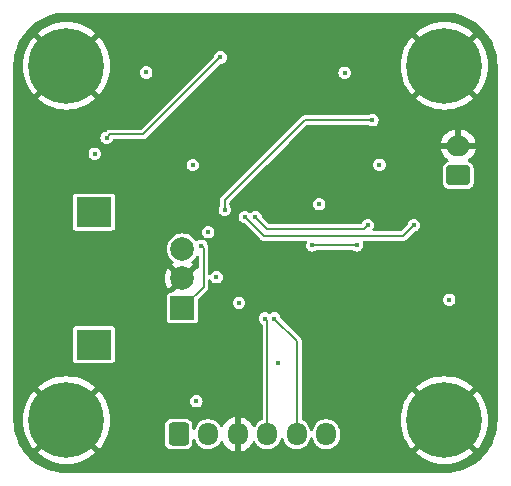
<source format=gbr>
%TF.GenerationSoftware,KiCad,Pcbnew,8.0.8*%
%TF.CreationDate,2025-01-29T06:06:36+01:00*%
%TF.ProjectId,PCB_Gant,5043425f-4761-46e7-942e-6b696361645f,rev?*%
%TF.SameCoordinates,Original*%
%TF.FileFunction,Copper,L4,Bot*%
%TF.FilePolarity,Positive*%
%FSLAX46Y46*%
G04 Gerber Fmt 4.6, Leading zero omitted, Abs format (unit mm)*
G04 Created by KiCad (PCBNEW 8.0.8) date 2025-01-29 06:06:36*
%MOMM*%
%LPD*%
G01*
G04 APERTURE LIST*
G04 Aperture macros list*
%AMRoundRect*
0 Rectangle with rounded corners*
0 $1 Rounding radius*
0 $2 $3 $4 $5 $6 $7 $8 $9 X,Y pos of 4 corners*
0 Add a 4 corners polygon primitive as box body*
4,1,4,$2,$3,$4,$5,$6,$7,$8,$9,$2,$3,0*
0 Add four circle primitives for the rounded corners*
1,1,$1+$1,$2,$3*
1,1,$1+$1,$4,$5*
1,1,$1+$1,$6,$7*
1,1,$1+$1,$8,$9*
0 Add four rect primitives between the rounded corners*
20,1,$1+$1,$2,$3,$4,$5,0*
20,1,$1+$1,$4,$5,$6,$7,0*
20,1,$1+$1,$6,$7,$8,$9,0*
20,1,$1+$1,$8,$9,$2,$3,0*%
G04 Aperture macros list end*
%TA.AperFunction,ComponentPad*%
%ADD10RoundRect,0.250000X0.750000X-0.600000X0.750000X0.600000X-0.750000X0.600000X-0.750000X-0.600000X0*%
%TD*%
%TA.AperFunction,ComponentPad*%
%ADD11O,2.000000X1.700000*%
%TD*%
%TA.AperFunction,ComponentPad*%
%ADD12C,0.800000*%
%TD*%
%TA.AperFunction,ComponentPad*%
%ADD13C,6.400000*%
%TD*%
%TA.AperFunction,ComponentPad*%
%ADD14RoundRect,0.250000X-0.600000X-0.725000X0.600000X-0.725000X0.600000X0.725000X-0.600000X0.725000X0*%
%TD*%
%TA.AperFunction,ComponentPad*%
%ADD15O,1.700000X1.950000*%
%TD*%
%TA.AperFunction,ComponentPad*%
%ADD16R,2.000000X2.000000*%
%TD*%
%TA.AperFunction,ComponentPad*%
%ADD17C,2.000000*%
%TD*%
%TA.AperFunction,ComponentPad*%
%ADD18R,3.000000X2.500000*%
%TD*%
%TA.AperFunction,ViaPad*%
%ADD19C,0.450000*%
%TD*%
%TA.AperFunction,Conductor*%
%ADD20C,0.200000*%
%TD*%
G04 APERTURE END LIST*
D10*
%TO.P,J3,1,Pin_1*%
%TO.N,+5V*%
X133160000Y-79280000D03*
D11*
%TO.P,J3,2,Pin_2*%
%TO.N,GND*%
X133160000Y-76780000D03*
%TD*%
D12*
%TO.P,H1,1,1*%
%TO.N,GND*%
X97600000Y-100000000D03*
X98302944Y-98302944D03*
X98302944Y-101697056D03*
X100000000Y-97600000D03*
D13*
X100000000Y-100000000D03*
D12*
X100000000Y-102400000D03*
X101697056Y-98302944D03*
X101697056Y-101697056D03*
X102400000Y-100000000D03*
%TD*%
D14*
%TO.P,J2,1,Pin_1*%
%TO.N,unconnected-(J2-Pin_1-Pad1)*%
X109500000Y-101200000D03*
D15*
%TO.P,J2,2,Pin_2*%
%TO.N,+5V*%
X112000000Y-101200000D03*
%TO.P,J2,3,Pin_3*%
%TO.N,GND*%
X114500000Y-101200000D03*
%TO.P,J2,4,Pin_4*%
%TO.N,UART1_HC05_TX*%
X117000000Y-101200000D03*
%TO.P,J2,5,Pin_5*%
%TO.N,UART1_HC05_RX*%
X119500000Y-101200000D03*
%TO.P,J2,6,Pin_6*%
%TO.N,unconnected-(J2-Pin_6-Pad6)*%
X122000000Y-101200000D03*
%TD*%
D12*
%TO.P,H2,1,1*%
%TO.N,GND*%
X97600000Y-70000000D03*
X98302944Y-68302944D03*
X98302944Y-71697056D03*
X100000000Y-67600000D03*
D13*
X100000000Y-70000000D03*
D12*
X100000000Y-72400000D03*
X101697056Y-68302944D03*
X101697056Y-71697056D03*
X102400000Y-70000000D03*
%TD*%
%TO.P,H3,1,1*%
%TO.N,GND*%
X129600000Y-100000000D03*
X130302944Y-98302944D03*
X130302944Y-101697056D03*
X132000000Y-97600000D03*
D13*
X132000000Y-100000000D03*
D12*
X132000000Y-102400000D03*
X133697056Y-98302944D03*
X133697056Y-101697056D03*
X134400000Y-100000000D03*
%TD*%
D16*
%TO.P,SW2,A,A*%
%TO.N,CLK*%
X109820000Y-90500000D03*
D17*
%TO.P,SW2,B,B*%
%TO.N,DT*%
X109820000Y-85500000D03*
%TO.P,SW2,C,C*%
%TO.N,GND*%
X109820000Y-88000000D03*
D18*
%TO.P,SW2,MP*%
%TO.N,N/C*%
X102320000Y-93600000D03*
X102320000Y-82400000D03*
%TD*%
D12*
%TO.P,H4,1,1*%
%TO.N,GND*%
X129600000Y-70000000D03*
X130302944Y-68302944D03*
X130302944Y-71697056D03*
X132000000Y-67600000D03*
D13*
X132000000Y-70000000D03*
D12*
X132000000Y-72400000D03*
X133697056Y-68302944D03*
X133697056Y-71697056D03*
X134400000Y-70000000D03*
%TD*%
D19*
%TO.N,GND*%
X119700000Y-77400000D03*
X105700000Y-101600000D03*
X113600000Y-78400000D03*
X126500000Y-68200000D03*
X122700000Y-78400000D03*
X109500000Y-97600000D03*
X127900000Y-103400000D03*
X106000000Y-97300000D03*
X98500000Y-83100000D03*
X128200000Y-95200000D03*
X96300000Y-96000000D03*
X96700000Y-74000000D03*
X115700000Y-76100000D03*
X135000000Y-89400000D03*
X114400000Y-92900000D03*
X119800000Y-67200000D03*
X129000000Y-73600000D03*
X116700000Y-79200000D03*
X121000000Y-92700000D03*
X121500000Y-73400000D03*
X130000000Y-95100000D03*
X101900000Y-79100000D03*
X111900000Y-90500000D03*
X105700000Y-92300000D03*
X126800000Y-100900000D03*
X110100000Y-76900000D03*
X106300000Y-86600000D03*
X111300000Y-67100000D03*
X132300000Y-87400000D03*
X104900000Y-74700000D03*
X129500000Y-66200000D03*
X136000000Y-87400000D03*
X108900000Y-82500000D03*
X134400000Y-83400000D03*
X113720589Y-89320589D03*
X111000000Y-87049725D03*
X102100000Y-74100000D03*
X132400000Y-84700000D03*
X122075000Y-82403822D03*
X127000000Y-81000000D03*
X127300000Y-76900000D03*
X135600000Y-72700000D03*
X132400000Y-88600000D03*
X112660000Y-87070000D03*
X97900000Y-90100000D03*
X108400000Y-70100000D03*
X133200000Y-94100000D03*
%TO.N,+3.3V*%
X110700000Y-78400000D03*
X117880000Y-95200000D03*
X132400000Y-89820000D03*
X126500000Y-78380000D03*
X121396178Y-81725000D03*
X114600000Y-90075000D03*
X112000000Y-84100000D03*
X112700000Y-87900000D03*
%TO.N,NRST*%
X120800000Y-85200000D03*
X124600000Y-85200000D03*
%TO.N,+5V*%
X106750000Y-70570000D03*
X102400000Y-77460000D03*
X123550000Y-70590000D03*
X111000000Y-98400000D03*
%TO.N,UART2_DEBUG_RX*%
X129400000Y-83500000D03*
X115100000Y-82800000D03*
%TO.N,UART2_DEBUG_TX*%
X125500000Y-83500000D03*
X116000000Y-82800000D03*
%TO.N,UART1_HC05_RX*%
X117600000Y-91400000D03*
%TO.N,UART1_HC05_TX*%
X116800000Y-91400000D03*
%TO.N,Net-(U2B-+)*%
X113037500Y-69300000D03*
X103400000Y-76100000D03*
%TO.N,CLK*%
X111423619Y-85236724D03*
%TO.N,GPIO3*%
X113400000Y-82200000D03*
X125900000Y-74600000D03*
%TD*%
D20*
%TO.N,NRST*%
X124600000Y-85200000D02*
X120800000Y-85200000D01*
%TO.N,UART2_DEBUG_RX*%
X116700000Y-84400000D02*
X128500000Y-84400000D01*
X115100000Y-82800000D02*
X116700000Y-84400000D01*
X128500000Y-84400000D02*
X129400000Y-83500000D01*
%TO.N,UART2_DEBUG_TX*%
X116000000Y-82800000D02*
X117010000Y-83810000D01*
X117010000Y-83810000D02*
X125190000Y-83810000D01*
X125190000Y-83810000D02*
X125500000Y-83500000D01*
%TO.N,UART1_HC05_RX*%
X119500000Y-101200000D02*
X119500000Y-93300000D01*
X119500000Y-93300000D02*
X117600000Y-91400000D01*
%TO.N,UART1_HC05_TX*%
X117000000Y-91600000D02*
X116800000Y-91400000D01*
X117000000Y-101200000D02*
X117000000Y-91600000D01*
%TO.N,Net-(U2B-+)*%
X103700000Y-75800000D02*
X103400000Y-76100000D01*
X113037500Y-69300000D02*
X113000000Y-69300000D01*
X106500000Y-75800000D02*
X103700000Y-75800000D01*
X113000000Y-69300000D02*
X106500000Y-75800000D01*
%TO.N,CLK*%
X111423619Y-85236724D02*
X111600000Y-85413105D01*
X111600000Y-88720000D02*
X109820000Y-90500000D01*
X109500000Y-90170000D02*
X109500000Y-90500000D01*
X111600000Y-85413105D02*
X111600000Y-88720000D01*
%TO.N,GPIO3*%
X125900000Y-74600000D02*
X120161522Y-74600000D01*
X113400000Y-81361522D02*
X113400000Y-82200000D01*
X120161522Y-74600000D02*
X113400000Y-81361522D01*
%TD*%
%TA.AperFunction,Conductor*%
%TO.N,GND*%
G36*
X111143365Y-86074445D02*
G01*
X111188700Y-86127610D01*
X111199500Y-86178225D01*
X111199500Y-87008777D01*
X111179815Y-87075816D01*
X111127011Y-87121571D01*
X111062709Y-87132116D01*
X111043434Y-87130117D01*
X110302962Y-87870590D01*
X110285925Y-87807007D01*
X110220099Y-87692993D01*
X110127007Y-87599901D01*
X110012993Y-87534075D01*
X109949409Y-87517037D01*
X110690055Y-86776389D01*
X110690055Y-86776388D01*
X110643236Y-86739947D01*
X110643231Y-86739944D01*
X110635452Y-86735734D01*
X110585863Y-86686513D01*
X110570757Y-86618296D01*
X110594930Y-86552741D01*
X110623348Y-86525107D01*
X110659139Y-86500047D01*
X110820047Y-86339139D01*
X110950568Y-86152734D01*
X110963118Y-86125819D01*
X111009290Y-86073381D01*
X111076484Y-86054229D01*
X111143365Y-86074445D01*
G37*
%TD.AperFunction*%
%TA.AperFunction,Conductor*%
G36*
X132002702Y-65500617D02*
G01*
X132386771Y-65517386D01*
X132397506Y-65518326D01*
X132775971Y-65568152D01*
X132786597Y-65570025D01*
X133159284Y-65652648D01*
X133169710Y-65655442D01*
X133533765Y-65770227D01*
X133543911Y-65773920D01*
X133896578Y-65920000D01*
X133906369Y-65924566D01*
X134244942Y-66100816D01*
X134254310Y-66106224D01*
X134576244Y-66311318D01*
X134585105Y-66317523D01*
X134887930Y-66549889D01*
X134896217Y-66556843D01*
X135177635Y-66814715D01*
X135185284Y-66822364D01*
X135443156Y-67103782D01*
X135450110Y-67112069D01*
X135682476Y-67414894D01*
X135688681Y-67423755D01*
X135893775Y-67745689D01*
X135899183Y-67755057D01*
X136075430Y-68093623D01*
X136080002Y-68103427D01*
X136226075Y-68456078D01*
X136229775Y-68466244D01*
X136344554Y-68830278D01*
X136347354Y-68840727D01*
X136429971Y-69213389D01*
X136431849Y-69224042D01*
X136481671Y-69602473D01*
X136482614Y-69613249D01*
X136499382Y-69997297D01*
X136499500Y-70002706D01*
X136499500Y-99997293D01*
X136499382Y-100002702D01*
X136482614Y-100386750D01*
X136481671Y-100397526D01*
X136431849Y-100775957D01*
X136429971Y-100786610D01*
X136347354Y-101159272D01*
X136344554Y-101169721D01*
X136229775Y-101533755D01*
X136226075Y-101543921D01*
X136080002Y-101896572D01*
X136075430Y-101906376D01*
X135899183Y-102244942D01*
X135893775Y-102254310D01*
X135688681Y-102576244D01*
X135682476Y-102585105D01*
X135450110Y-102887930D01*
X135443156Y-102896217D01*
X135185284Y-103177635D01*
X135177635Y-103185284D01*
X134896217Y-103443156D01*
X134887930Y-103450110D01*
X134585105Y-103682476D01*
X134576244Y-103688681D01*
X134254310Y-103893775D01*
X134244942Y-103899183D01*
X133906376Y-104075430D01*
X133896572Y-104080002D01*
X133543921Y-104226075D01*
X133533755Y-104229775D01*
X133169721Y-104344554D01*
X133159272Y-104347354D01*
X132786610Y-104429971D01*
X132775957Y-104431849D01*
X132397526Y-104481671D01*
X132386750Y-104482614D01*
X132002703Y-104499382D01*
X131997294Y-104499500D01*
X100002706Y-104499500D01*
X99997297Y-104499382D01*
X99613249Y-104482614D01*
X99602473Y-104481671D01*
X99224042Y-104431849D01*
X99213389Y-104429971D01*
X98840727Y-104347354D01*
X98830278Y-104344554D01*
X98466244Y-104229775D01*
X98456078Y-104226075D01*
X98103427Y-104080002D01*
X98093623Y-104075430D01*
X97755057Y-103899183D01*
X97745689Y-103893775D01*
X97423755Y-103688681D01*
X97414894Y-103682476D01*
X97112069Y-103450110D01*
X97103782Y-103443156D01*
X96822364Y-103185284D01*
X96814715Y-103177635D01*
X96556843Y-102896217D01*
X96549889Y-102887930D01*
X96317523Y-102585105D01*
X96311318Y-102576244D01*
X96205001Y-102409360D01*
X96106223Y-102254309D01*
X96100816Y-102244942D01*
X95924566Y-101906369D01*
X95919997Y-101896572D01*
X95878933Y-101797434D01*
X95773920Y-101543911D01*
X95770224Y-101533755D01*
X95655442Y-101169710D01*
X95652648Y-101159284D01*
X95570025Y-100786597D01*
X95568152Y-100775971D01*
X95518326Y-100397506D01*
X95517386Y-100386771D01*
X95500618Y-100002702D01*
X95500559Y-99999999D01*
X96294922Y-99999999D01*
X96294922Y-100000000D01*
X96315219Y-100387287D01*
X96375886Y-100770323D01*
X96375887Y-100770330D01*
X96476262Y-101144936D01*
X96615244Y-101506994D01*
X96791310Y-101852543D01*
X97002523Y-102177783D01*
X97002525Y-102177785D01*
X97211096Y-102435348D01*
X98705747Y-100940697D01*
X98779588Y-101042330D01*
X98957670Y-101220412D01*
X99059301Y-101294251D01*
X97564650Y-102788902D01*
X97822214Y-102997475D01*
X97822216Y-102997476D01*
X98147456Y-103208689D01*
X98493005Y-103384755D01*
X98855063Y-103523737D01*
X99229669Y-103624112D01*
X99229676Y-103624113D01*
X99612712Y-103684780D01*
X99999999Y-103705078D01*
X100000001Y-103705078D01*
X100387287Y-103684780D01*
X100770323Y-103624113D01*
X100770330Y-103624112D01*
X101144936Y-103523737D01*
X101506994Y-103384755D01*
X101852543Y-103208689D01*
X102177771Y-102997484D01*
X102177784Y-102997474D01*
X102435348Y-102788902D01*
X100940698Y-101294252D01*
X101042330Y-101220412D01*
X101220412Y-101042330D01*
X101294252Y-100940698D01*
X102788902Y-102435348D01*
X102997474Y-102177784D01*
X102997484Y-102177771D01*
X103208689Y-101852543D01*
X103384755Y-101506994D01*
X103523737Y-101144936D01*
X103624112Y-100770330D01*
X103624113Y-100770323D01*
X103677714Y-100431898D01*
X108349500Y-100431898D01*
X108349500Y-101968102D01*
X108353473Y-102001185D01*
X108360122Y-102056561D01*
X108360122Y-102056563D01*
X108360123Y-102056564D01*
X108377722Y-102101192D01*
X108415639Y-102197343D01*
X108507077Y-102317922D01*
X108627656Y-102409360D01*
X108627657Y-102409360D01*
X108627658Y-102409361D01*
X108768436Y-102464877D01*
X108856898Y-102475500D01*
X108856903Y-102475500D01*
X110143097Y-102475500D01*
X110143102Y-102475500D01*
X110231564Y-102464877D01*
X110372342Y-102409361D01*
X110492922Y-102317922D01*
X110584361Y-102197342D01*
X110639877Y-102056564D01*
X110650500Y-101968102D01*
X110650500Y-101677669D01*
X110670185Y-101610630D01*
X110722989Y-101564875D01*
X110792147Y-101554931D01*
X110855703Y-101583956D01*
X110892431Y-101639351D01*
X110933787Y-101766636D01*
X110933788Y-101766639D01*
X110989664Y-101876300D01*
X111016003Y-101927993D01*
X111016006Y-101927997D01*
X111122441Y-102074494D01*
X111122445Y-102074499D01*
X111250500Y-102202554D01*
X111250505Y-102202558D01*
X111378287Y-102295396D01*
X111397006Y-102308996D01*
X111486750Y-102354723D01*
X111558360Y-102391211D01*
X111558363Y-102391212D01*
X111640398Y-102417866D01*
X111730591Y-102447171D01*
X111813429Y-102460291D01*
X111909449Y-102475500D01*
X111909454Y-102475500D01*
X112090551Y-102475500D01*
X112177259Y-102461765D01*
X112269409Y-102447171D01*
X112441639Y-102391211D01*
X112602994Y-102308996D01*
X112749501Y-102202553D01*
X112877553Y-102074501D01*
X112983996Y-101927994D01*
X113027563Y-101842488D01*
X113075537Y-101791692D01*
X113143358Y-101774897D01*
X113209493Y-101797434D01*
X113248533Y-101842488D01*
X113345379Y-102032557D01*
X113470272Y-102204459D01*
X113470276Y-102204464D01*
X113620535Y-102354723D01*
X113620540Y-102354727D01*
X113792442Y-102479620D01*
X113981782Y-102576095D01*
X114183871Y-102641757D01*
X114250000Y-102652231D01*
X114250000Y-101604145D01*
X114316657Y-101642630D01*
X114437465Y-101675000D01*
X114562535Y-101675000D01*
X114683343Y-101642630D01*
X114750000Y-101604145D01*
X114750000Y-102652230D01*
X114816126Y-102641757D01*
X114816129Y-102641757D01*
X115018217Y-102576095D01*
X115207557Y-102479620D01*
X115379459Y-102354727D01*
X115379464Y-102354723D01*
X115529723Y-102204464D01*
X115529727Y-102204459D01*
X115654620Y-102032558D01*
X115751466Y-101842488D01*
X115799440Y-101791692D01*
X115867261Y-101774897D01*
X115933396Y-101797434D01*
X115972435Y-101842488D01*
X116016002Y-101927992D01*
X116016003Y-101927993D01*
X116122441Y-102074494D01*
X116122445Y-102074499D01*
X116250500Y-102202554D01*
X116250505Y-102202558D01*
X116378287Y-102295396D01*
X116397006Y-102308996D01*
X116486750Y-102354723D01*
X116558360Y-102391211D01*
X116558363Y-102391212D01*
X116640398Y-102417866D01*
X116730591Y-102447171D01*
X116813429Y-102460291D01*
X116909449Y-102475500D01*
X116909454Y-102475500D01*
X117090551Y-102475500D01*
X117177259Y-102461765D01*
X117269409Y-102447171D01*
X117441639Y-102391211D01*
X117602994Y-102308996D01*
X117749501Y-102202553D01*
X117877553Y-102074501D01*
X117983996Y-101927994D01*
X118066211Y-101766639D01*
X118122171Y-101594409D01*
X118126849Y-101564875D01*
X118127527Y-101560594D01*
X118157456Y-101497459D01*
X118216768Y-101460528D01*
X118286630Y-101461526D01*
X118344863Y-101500136D01*
X118372473Y-101560594D01*
X118377829Y-101594410D01*
X118433787Y-101766636D01*
X118433788Y-101766639D01*
X118489664Y-101876300D01*
X118516003Y-101927993D01*
X118516006Y-101927997D01*
X118622441Y-102074494D01*
X118622445Y-102074499D01*
X118750500Y-102202554D01*
X118750505Y-102202558D01*
X118878287Y-102295396D01*
X118897006Y-102308996D01*
X118986750Y-102354723D01*
X119058360Y-102391211D01*
X119058363Y-102391212D01*
X119140398Y-102417866D01*
X119230591Y-102447171D01*
X119313429Y-102460291D01*
X119409449Y-102475500D01*
X119409454Y-102475500D01*
X119590551Y-102475500D01*
X119677259Y-102461765D01*
X119769409Y-102447171D01*
X119941639Y-102391211D01*
X120102994Y-102308996D01*
X120249501Y-102202553D01*
X120377553Y-102074501D01*
X120483996Y-101927994D01*
X120566211Y-101766639D01*
X120622171Y-101594409D01*
X120626849Y-101564875D01*
X120627527Y-101560594D01*
X120657456Y-101497459D01*
X120716768Y-101460528D01*
X120786630Y-101461526D01*
X120844863Y-101500136D01*
X120872473Y-101560594D01*
X120877829Y-101594410D01*
X120933787Y-101766636D01*
X120933788Y-101766639D01*
X120989664Y-101876300D01*
X121016003Y-101927993D01*
X121016006Y-101927997D01*
X121122441Y-102074494D01*
X121122445Y-102074499D01*
X121250500Y-102202554D01*
X121250505Y-102202558D01*
X121378287Y-102295396D01*
X121397006Y-102308996D01*
X121486750Y-102354723D01*
X121558360Y-102391211D01*
X121558363Y-102391212D01*
X121640398Y-102417866D01*
X121730591Y-102447171D01*
X121813429Y-102460291D01*
X121909449Y-102475500D01*
X121909454Y-102475500D01*
X122090551Y-102475500D01*
X122177259Y-102461765D01*
X122269409Y-102447171D01*
X122441639Y-102391211D01*
X122602994Y-102308996D01*
X122749501Y-102202553D01*
X122877553Y-102074501D01*
X122983996Y-101927994D01*
X123066211Y-101766639D01*
X123122171Y-101594409D01*
X123138445Y-101491657D01*
X123150500Y-101415551D01*
X123150500Y-100984448D01*
X123128495Y-100845522D01*
X123122171Y-100805591D01*
X123066211Y-100633361D01*
X123066211Y-100633360D01*
X123027563Y-100557511D01*
X122983996Y-100472006D01*
X122954856Y-100431898D01*
X122877558Y-100325505D01*
X122877554Y-100325500D01*
X122749499Y-100197445D01*
X122749494Y-100197441D01*
X122602997Y-100091006D01*
X122602996Y-100091005D01*
X122602994Y-100091004D01*
X122551300Y-100064664D01*
X122441639Y-100008788D01*
X122441636Y-100008787D01*
X122414589Y-99999999D01*
X128294922Y-99999999D01*
X128294922Y-100000000D01*
X128315219Y-100387287D01*
X128375886Y-100770323D01*
X128375887Y-100770330D01*
X128476262Y-101144936D01*
X128615244Y-101506994D01*
X128791310Y-101852543D01*
X129002523Y-102177783D01*
X129002525Y-102177785D01*
X129211096Y-102435348D01*
X130705747Y-100940697D01*
X130779588Y-101042330D01*
X130957670Y-101220412D01*
X131059301Y-101294251D01*
X129564650Y-102788902D01*
X129822214Y-102997475D01*
X129822216Y-102997476D01*
X130147456Y-103208689D01*
X130493005Y-103384755D01*
X130855063Y-103523737D01*
X131229669Y-103624112D01*
X131229676Y-103624113D01*
X131612712Y-103684780D01*
X131999999Y-103705078D01*
X132000001Y-103705078D01*
X132387287Y-103684780D01*
X132770323Y-103624113D01*
X132770330Y-103624112D01*
X133144936Y-103523737D01*
X133506994Y-103384755D01*
X133852543Y-103208689D01*
X134177771Y-102997484D01*
X134177784Y-102997474D01*
X134435348Y-102788902D01*
X132940698Y-101294252D01*
X133042330Y-101220412D01*
X133220412Y-101042330D01*
X133294252Y-100940698D01*
X134788902Y-102435348D01*
X134997474Y-102177784D01*
X134997484Y-102177771D01*
X135208689Y-101852543D01*
X135384755Y-101506994D01*
X135523737Y-101144936D01*
X135624112Y-100770330D01*
X135624113Y-100770323D01*
X135684780Y-100387287D01*
X135705078Y-100000000D01*
X135705078Y-99999999D01*
X135684780Y-99612712D01*
X135624113Y-99229676D01*
X135624112Y-99229669D01*
X135523737Y-98855063D01*
X135384755Y-98493005D01*
X135208689Y-98147456D01*
X134997476Y-97822216D01*
X134997475Y-97822214D01*
X134788902Y-97564650D01*
X133294251Y-99059301D01*
X133220412Y-98957670D01*
X133042330Y-98779588D01*
X132940698Y-98705748D01*
X134435349Y-97211096D01*
X134177785Y-97002525D01*
X134177783Y-97002523D01*
X133852543Y-96791310D01*
X133506994Y-96615244D01*
X133144936Y-96476262D01*
X132770330Y-96375887D01*
X132770323Y-96375886D01*
X132387287Y-96315219D01*
X132000001Y-96294922D01*
X131999999Y-96294922D01*
X131612712Y-96315219D01*
X131229676Y-96375886D01*
X131229669Y-96375887D01*
X130855063Y-96476262D01*
X130493005Y-96615244D01*
X130147456Y-96791310D01*
X129822206Y-97002531D01*
X129564649Y-97211095D01*
X129564649Y-97211096D01*
X131059301Y-98705748D01*
X130957670Y-98779588D01*
X130779588Y-98957670D01*
X130705748Y-99059301D01*
X129211096Y-97564649D01*
X129211095Y-97564649D01*
X129002531Y-97822206D01*
X128791310Y-98147456D01*
X128615244Y-98493005D01*
X128476262Y-98855063D01*
X128375887Y-99229669D01*
X128375886Y-99229676D01*
X128315219Y-99612712D01*
X128294922Y-99999999D01*
X122414589Y-99999999D01*
X122269410Y-99952829D01*
X122090551Y-99924500D01*
X122090546Y-99924500D01*
X121909454Y-99924500D01*
X121909449Y-99924500D01*
X121730589Y-99952829D01*
X121558363Y-100008787D01*
X121558360Y-100008788D01*
X121397002Y-100091006D01*
X121250505Y-100197441D01*
X121250500Y-100197445D01*
X121122445Y-100325500D01*
X121122441Y-100325505D01*
X121016006Y-100472002D01*
X120933788Y-100633360D01*
X120933787Y-100633363D01*
X120877829Y-100805589D01*
X120872473Y-100839406D01*
X120842543Y-100902540D01*
X120783232Y-100939471D01*
X120713369Y-100938473D01*
X120655137Y-100899863D01*
X120627527Y-100839406D01*
X120624438Y-100819905D01*
X120622171Y-100805591D01*
X120566211Y-100633361D01*
X120566211Y-100633360D01*
X120527563Y-100557511D01*
X120483996Y-100472006D01*
X120454856Y-100431898D01*
X120377558Y-100325505D01*
X120377554Y-100325500D01*
X120249499Y-100197445D01*
X120249494Y-100197441D01*
X120102997Y-100091006D01*
X120102996Y-100091005D01*
X120102994Y-100091004D01*
X119968205Y-100022325D01*
X119917409Y-99974350D01*
X119900500Y-99911840D01*
X119900500Y-93247275D01*
X119900500Y-93247273D01*
X119873207Y-93145413D01*
X119873207Y-93145412D01*
X119846843Y-93099750D01*
X119820480Y-93054087D01*
X119745913Y-92979520D01*
X119745912Y-92979519D01*
X119741582Y-92975189D01*
X119741571Y-92975179D01*
X118154285Y-91387892D01*
X118120800Y-91326569D01*
X118119029Y-91316410D01*
X118111974Y-91262817D01*
X118059024Y-91134983D01*
X117974791Y-91025209D01*
X117974789Y-91025208D01*
X117974789Y-91025207D01*
X117865015Y-90940974D01*
X117737186Y-90888027D01*
X117737184Y-90888026D01*
X117737183Y-90888026D01*
X117645727Y-90875985D01*
X117600001Y-90869965D01*
X117599999Y-90869965D01*
X117531408Y-90878995D01*
X117462817Y-90888026D01*
X117462816Y-90888026D01*
X117462813Y-90888027D01*
X117334984Y-90940974D01*
X117334982Y-90940976D01*
X117275486Y-90986629D01*
X117210317Y-91011823D01*
X117141872Y-90997784D01*
X117124513Y-90986629D01*
X117065015Y-90940974D01*
X116937186Y-90888027D01*
X116937184Y-90888026D01*
X116937183Y-90888026D01*
X116845727Y-90875985D01*
X116800001Y-90869965D01*
X116799999Y-90869965D01*
X116731408Y-90878995D01*
X116662817Y-90888026D01*
X116662816Y-90888026D01*
X116662813Y-90888027D01*
X116534985Y-90940974D01*
X116425209Y-91025209D01*
X116340974Y-91134985D01*
X116288027Y-91262813D01*
X116288026Y-91262818D01*
X116269965Y-91399999D01*
X116269965Y-91400000D01*
X116288026Y-91537181D01*
X116288027Y-91537186D01*
X116340974Y-91665015D01*
X116340975Y-91665017D01*
X116340976Y-91665018D01*
X116425209Y-91774791D01*
X116534982Y-91859024D01*
X116534993Y-91859028D01*
X116537494Y-91860473D01*
X116539192Y-91862253D01*
X116541430Y-91863971D01*
X116541162Y-91864319D01*
X116585712Y-91911038D01*
X116599500Y-91967864D01*
X116599500Y-99911840D01*
X116579815Y-99978879D01*
X116531795Y-100022325D01*
X116397002Y-100091006D01*
X116250505Y-100197441D01*
X116250500Y-100197445D01*
X116122445Y-100325500D01*
X116122441Y-100325505D01*
X116016004Y-100472004D01*
X115972435Y-100557512D01*
X115924460Y-100608307D01*
X115856639Y-100625102D01*
X115790504Y-100602564D01*
X115751466Y-100557511D01*
X115654620Y-100367442D01*
X115529727Y-100195540D01*
X115529723Y-100195535D01*
X115379464Y-100045276D01*
X115379459Y-100045272D01*
X115207557Y-99920379D01*
X115018215Y-99823903D01*
X114816124Y-99758241D01*
X114750000Y-99747768D01*
X114750000Y-100795854D01*
X114683343Y-100757370D01*
X114562535Y-100725000D01*
X114437465Y-100725000D01*
X114316657Y-100757370D01*
X114250000Y-100795854D01*
X114250000Y-99747768D01*
X114249999Y-99747768D01*
X114183875Y-99758241D01*
X113981784Y-99823903D01*
X113792442Y-99920379D01*
X113620540Y-100045272D01*
X113620535Y-100045276D01*
X113470276Y-100195535D01*
X113470272Y-100195540D01*
X113345379Y-100367442D01*
X113248533Y-100557511D01*
X113200558Y-100608307D01*
X113132737Y-100625102D01*
X113066602Y-100602564D01*
X113027563Y-100557511D01*
X112983996Y-100472006D01*
X112954856Y-100431898D01*
X112877558Y-100325505D01*
X112877554Y-100325500D01*
X112749499Y-100197445D01*
X112749494Y-100197441D01*
X112602997Y-100091006D01*
X112602996Y-100091005D01*
X112602994Y-100091004D01*
X112551300Y-100064664D01*
X112441639Y-100008788D01*
X112441636Y-100008787D01*
X112269410Y-99952829D01*
X112090551Y-99924500D01*
X112090546Y-99924500D01*
X111909454Y-99924500D01*
X111909449Y-99924500D01*
X111730589Y-99952829D01*
X111558363Y-100008787D01*
X111558360Y-100008788D01*
X111397002Y-100091006D01*
X111250505Y-100197441D01*
X111250500Y-100197445D01*
X111122445Y-100325500D01*
X111122441Y-100325505D01*
X111016006Y-100472002D01*
X110933788Y-100633360D01*
X110933787Y-100633363D01*
X110892431Y-100760648D01*
X110852994Y-100818323D01*
X110788635Y-100845522D01*
X110719789Y-100833608D01*
X110668313Y-100786364D01*
X110650500Y-100722330D01*
X110650500Y-100431903D01*
X110650500Y-100431898D01*
X110639877Y-100343436D01*
X110584361Y-100202658D01*
X110584360Y-100202657D01*
X110584360Y-100202656D01*
X110492922Y-100082077D01*
X110372343Y-99990639D01*
X110231561Y-99935122D01*
X110185926Y-99929642D01*
X110143102Y-99924500D01*
X108856898Y-99924500D01*
X108817853Y-99929188D01*
X108768438Y-99935122D01*
X108627656Y-99990639D01*
X108507077Y-100082077D01*
X108415639Y-100202656D01*
X108360122Y-100343438D01*
X108357240Y-100367442D01*
X108349500Y-100431898D01*
X103677714Y-100431898D01*
X103684780Y-100387287D01*
X103705078Y-100000000D01*
X103705078Y-99999999D01*
X103684780Y-99612712D01*
X103624113Y-99229676D01*
X103624112Y-99229669D01*
X103523737Y-98855063D01*
X103384755Y-98493005D01*
X103337366Y-98399999D01*
X110469965Y-98399999D01*
X110469965Y-98400000D01*
X110488026Y-98537181D01*
X110488027Y-98537186D01*
X110540974Y-98665015D01*
X110540975Y-98665017D01*
X110540976Y-98665018D01*
X110625209Y-98774791D01*
X110734982Y-98859024D01*
X110862817Y-98911974D01*
X110985702Y-98928152D01*
X110999999Y-98930035D01*
X111000000Y-98930035D01*
X111000001Y-98930035D01*
X111012947Y-98928330D01*
X111137183Y-98911974D01*
X111265018Y-98859024D01*
X111374791Y-98774791D01*
X111459024Y-98665018D01*
X111511974Y-98537183D01*
X111530035Y-98400000D01*
X111511974Y-98262817D01*
X111476674Y-98177594D01*
X111459025Y-98134985D01*
X111459024Y-98134984D01*
X111459024Y-98134983D01*
X111374791Y-98025209D01*
X111374789Y-98025208D01*
X111374789Y-98025207D01*
X111265015Y-97940974D01*
X111137186Y-97888027D01*
X111137184Y-97888026D01*
X111137183Y-97888026D01*
X111045727Y-97875985D01*
X111000001Y-97869965D01*
X110999999Y-97869965D01*
X110931408Y-97878995D01*
X110862817Y-97888026D01*
X110862816Y-97888026D01*
X110862813Y-97888027D01*
X110734985Y-97940974D01*
X110625209Y-98025209D01*
X110540974Y-98134985D01*
X110488027Y-98262813D01*
X110488026Y-98262818D01*
X110469965Y-98399999D01*
X103337366Y-98399999D01*
X103208689Y-98147456D01*
X102997476Y-97822216D01*
X102997475Y-97822214D01*
X102788902Y-97564650D01*
X101294251Y-99059301D01*
X101220412Y-98957670D01*
X101042330Y-98779588D01*
X100940698Y-98705748D01*
X102435349Y-97211096D01*
X102177785Y-97002525D01*
X102177783Y-97002523D01*
X101852543Y-96791310D01*
X101506994Y-96615244D01*
X101144936Y-96476262D01*
X100770330Y-96375887D01*
X100770323Y-96375886D01*
X100387287Y-96315219D01*
X100000001Y-96294922D01*
X99999999Y-96294922D01*
X99612712Y-96315219D01*
X99229676Y-96375886D01*
X99229669Y-96375887D01*
X98855063Y-96476262D01*
X98493005Y-96615244D01*
X98147456Y-96791310D01*
X97822206Y-97002531D01*
X97564649Y-97211095D01*
X97564649Y-97211096D01*
X99059301Y-98705748D01*
X98957670Y-98779588D01*
X98779588Y-98957670D01*
X98705748Y-99059301D01*
X97211096Y-97564649D01*
X97211095Y-97564649D01*
X97002531Y-97822206D01*
X96791310Y-98147456D01*
X96615244Y-98493005D01*
X96476262Y-98855063D01*
X96375887Y-99229669D01*
X96375886Y-99229676D01*
X96315219Y-99612712D01*
X96294922Y-99999999D01*
X95500559Y-99999999D01*
X95500500Y-99997293D01*
X95500500Y-92305131D01*
X100519500Y-92305131D01*
X100519500Y-94894856D01*
X100519502Y-94894882D01*
X100522413Y-94919987D01*
X100522415Y-94919991D01*
X100567793Y-95022764D01*
X100567794Y-95022765D01*
X100647235Y-95102206D01*
X100750009Y-95147585D01*
X100775135Y-95150500D01*
X103864864Y-95150499D01*
X103864879Y-95150497D01*
X103864882Y-95150497D01*
X103889987Y-95147586D01*
X103889988Y-95147585D01*
X103889991Y-95147585D01*
X103992765Y-95102206D01*
X104072206Y-95022765D01*
X104117585Y-94919991D01*
X104120500Y-94894865D01*
X104120499Y-92305136D01*
X104120497Y-92305117D01*
X104117586Y-92280012D01*
X104117585Y-92280010D01*
X104117585Y-92280009D01*
X104072206Y-92177235D01*
X103992765Y-92097794D01*
X103992763Y-92097793D01*
X103889992Y-92052415D01*
X103864865Y-92049500D01*
X100775143Y-92049500D01*
X100775117Y-92049502D01*
X100750012Y-92052413D01*
X100750008Y-92052415D01*
X100647235Y-92097793D01*
X100567794Y-92177234D01*
X100522415Y-92280006D01*
X100522415Y-92280008D01*
X100519500Y-92305131D01*
X95500500Y-92305131D01*
X95500500Y-87999994D01*
X108314859Y-87999994D01*
X108314859Y-88000005D01*
X108335385Y-88247729D01*
X108335387Y-88247738D01*
X108396412Y-88488717D01*
X108496267Y-88716367D01*
X108596562Y-88869881D01*
X109337037Y-88129408D01*
X109354075Y-88192993D01*
X109419901Y-88307007D01*
X109512993Y-88400099D01*
X109627007Y-88465925D01*
X109690590Y-88482962D01*
X109010371Y-89163181D01*
X108949048Y-89196666D01*
X108922691Y-89199500D01*
X108775143Y-89199500D01*
X108775118Y-89199502D01*
X108750011Y-89202414D01*
X108750008Y-89202415D01*
X108647235Y-89247793D01*
X108567794Y-89327234D01*
X108522415Y-89430006D01*
X108522415Y-89430008D01*
X108519500Y-89455131D01*
X108519500Y-91544856D01*
X108519502Y-91544882D01*
X108522413Y-91569987D01*
X108522415Y-91569991D01*
X108567793Y-91672764D01*
X108567794Y-91672765D01*
X108647235Y-91752206D01*
X108750009Y-91797585D01*
X108775135Y-91800500D01*
X110864864Y-91800499D01*
X110864879Y-91800497D01*
X110864882Y-91800497D01*
X110889987Y-91797586D01*
X110889988Y-91797585D01*
X110889991Y-91797585D01*
X110992765Y-91752206D01*
X111072206Y-91672765D01*
X111117585Y-91569991D01*
X111120500Y-91544865D01*
X111120499Y-90074999D01*
X114069965Y-90074999D01*
X114069965Y-90075000D01*
X114088026Y-90212181D01*
X114088027Y-90212186D01*
X114140974Y-90340015D01*
X114140975Y-90340017D01*
X114140976Y-90340018D01*
X114225209Y-90449791D01*
X114334982Y-90534024D01*
X114462817Y-90586974D01*
X114585702Y-90603152D01*
X114599999Y-90605035D01*
X114600000Y-90605035D01*
X114600001Y-90605035D01*
X114612947Y-90603330D01*
X114737183Y-90586974D01*
X114865018Y-90534024D01*
X114974791Y-90449791D01*
X115059024Y-90340018D01*
X115111974Y-90212183D01*
X115130035Y-90075000D01*
X115111974Y-89937817D01*
X115063173Y-89820000D01*
X131869965Y-89820000D01*
X131885476Y-89937818D01*
X131888026Y-89957181D01*
X131888027Y-89957186D01*
X131940974Y-90085015D01*
X131940975Y-90085017D01*
X131940976Y-90085018D01*
X132025209Y-90194791D01*
X132134982Y-90279024D01*
X132262817Y-90331974D01*
X132385702Y-90348152D01*
X132399999Y-90350035D01*
X132400000Y-90350035D01*
X132400001Y-90350035D01*
X132412947Y-90348330D01*
X132537183Y-90331974D01*
X132665018Y-90279024D01*
X132774791Y-90194791D01*
X132859024Y-90085018D01*
X132911974Y-89957183D01*
X132930035Y-89820000D01*
X132928716Y-89809985D01*
X132920847Y-89750216D01*
X132911974Y-89682817D01*
X132862356Y-89563027D01*
X132859025Y-89554985D01*
X132859024Y-89554984D01*
X132859024Y-89554983D01*
X132774791Y-89445209D01*
X132774789Y-89445208D01*
X132774789Y-89445207D01*
X132665015Y-89360974D01*
X132537186Y-89308027D01*
X132537184Y-89308026D01*
X132537183Y-89308026D01*
X132445727Y-89295985D01*
X132400001Y-89289965D01*
X132399999Y-89289965D01*
X132331408Y-89298995D01*
X132262817Y-89308026D01*
X132262816Y-89308026D01*
X132262813Y-89308027D01*
X132134985Y-89360974D01*
X132025209Y-89445209D01*
X131940974Y-89554985D01*
X131888027Y-89682813D01*
X131888026Y-89682816D01*
X131888026Y-89682817D01*
X131885736Y-89700209D01*
X131871284Y-89809985D01*
X131869965Y-89820000D01*
X115063173Y-89820000D01*
X115059024Y-89809983D01*
X114974791Y-89700209D01*
X114974789Y-89700208D01*
X114974789Y-89700207D01*
X114865015Y-89615974D01*
X114737186Y-89563027D01*
X114737184Y-89563026D01*
X114737183Y-89563026D01*
X114645727Y-89550985D01*
X114600001Y-89544965D01*
X114599999Y-89544965D01*
X114531408Y-89553995D01*
X114462817Y-89563026D01*
X114462816Y-89563026D01*
X114462813Y-89563027D01*
X114334985Y-89615974D01*
X114225209Y-89700209D01*
X114140974Y-89809985D01*
X114088027Y-89937813D01*
X114088026Y-89937818D01*
X114069965Y-90074999D01*
X111120499Y-90074999D01*
X111120499Y-89817254D01*
X111140184Y-89750216D01*
X111156818Y-89729574D01*
X111456386Y-89430006D01*
X111920480Y-88965913D01*
X111973207Y-88874588D01*
X112000500Y-88772727D01*
X112000500Y-88667273D01*
X112000500Y-88207847D01*
X112020185Y-88140808D01*
X112072989Y-88095053D01*
X112142147Y-88085109D01*
X112205703Y-88114134D01*
X112239060Y-88160394D01*
X112240976Y-88165018D01*
X112325209Y-88274791D01*
X112434982Y-88359024D01*
X112562817Y-88411974D01*
X112685702Y-88428152D01*
X112699999Y-88430035D01*
X112700000Y-88430035D01*
X112700001Y-88430035D01*
X112712947Y-88428330D01*
X112837183Y-88411974D01*
X112965018Y-88359024D01*
X113074791Y-88274791D01*
X113159024Y-88165018D01*
X113211974Y-88037183D01*
X113230035Y-87900000D01*
X113211974Y-87762817D01*
X113159024Y-87634983D01*
X113074791Y-87525209D01*
X113074789Y-87525208D01*
X113074789Y-87525207D01*
X112965015Y-87440974D01*
X112837186Y-87388027D01*
X112837184Y-87388026D01*
X112837183Y-87388026D01*
X112745727Y-87375985D01*
X112700001Y-87369965D01*
X112699999Y-87369965D01*
X112631408Y-87378995D01*
X112562817Y-87388026D01*
X112562816Y-87388026D01*
X112562813Y-87388027D01*
X112434985Y-87440974D01*
X112325209Y-87525209D01*
X112240973Y-87634986D01*
X112239060Y-87639607D01*
X112195219Y-87694010D01*
X112128924Y-87716074D01*
X112061225Y-87698794D01*
X112013615Y-87647656D01*
X112000500Y-87592153D01*
X112000500Y-85360380D01*
X112000500Y-85360378D01*
X111973207Y-85258518D01*
X111963925Y-85242441D01*
X111948375Y-85196630D01*
X111935593Y-85099541D01*
X111900293Y-85014318D01*
X111882644Y-84971709D01*
X111882643Y-84971708D01*
X111882643Y-84971707D01*
X111798410Y-84861933D01*
X111798407Y-84861931D01*
X111798406Y-84861929D01*
X111757879Y-84830831D01*
X111716676Y-84774403D01*
X111712522Y-84704657D01*
X111746735Y-84643737D01*
X111808453Y-84610984D01*
X111854569Y-84612358D01*
X111854760Y-84610913D01*
X111862816Y-84611973D01*
X111862817Y-84611974D01*
X111949306Y-84623360D01*
X111999999Y-84630035D01*
X112000000Y-84630035D01*
X112000001Y-84630035D01*
X112012947Y-84628330D01*
X112137183Y-84611974D01*
X112265018Y-84559024D01*
X112374791Y-84474791D01*
X112459024Y-84365018D01*
X112511974Y-84237183D01*
X112530035Y-84100000D01*
X112511974Y-83962817D01*
X112459024Y-83834983D01*
X112374791Y-83725209D01*
X112374789Y-83725208D01*
X112374789Y-83725207D01*
X112265015Y-83640974D01*
X112137186Y-83588027D01*
X112137184Y-83588026D01*
X112137183Y-83588026D01*
X112045727Y-83575985D01*
X112000001Y-83569965D01*
X111999999Y-83569965D01*
X111931408Y-83578995D01*
X111862817Y-83588026D01*
X111862816Y-83588026D01*
X111862813Y-83588027D01*
X111734985Y-83640974D01*
X111625209Y-83725209D01*
X111540974Y-83834985D01*
X111488027Y-83962813D01*
X111488026Y-83962816D01*
X111488026Y-83962817D01*
X111481554Y-84011974D01*
X111469965Y-84099999D01*
X111469965Y-84100000D01*
X111488026Y-84237181D01*
X111488027Y-84237186D01*
X111540974Y-84365015D01*
X111540975Y-84365017D01*
X111540976Y-84365018D01*
X111625208Y-84474790D01*
X111625211Y-84474793D01*
X111665739Y-84505892D01*
X111706941Y-84562320D01*
X111711096Y-84632066D01*
X111676883Y-84692986D01*
X111615166Y-84725738D01*
X111569049Y-84724366D01*
X111568859Y-84725811D01*
X111560802Y-84724750D01*
X111474312Y-84713363D01*
X111423620Y-84706689D01*
X111423618Y-84706689D01*
X111355027Y-84715719D01*
X111286436Y-84724750D01*
X111286435Y-84724750D01*
X111286432Y-84724751D01*
X111158603Y-84777698D01*
X111158601Y-84777700D01*
X111094355Y-84826998D01*
X111029186Y-84852192D01*
X110960741Y-84838153D01*
X110917294Y-84799745D01*
X110820045Y-84660858D01*
X110659141Y-84499954D01*
X110472734Y-84369432D01*
X110472732Y-84369431D01*
X110266497Y-84273261D01*
X110266488Y-84273258D01*
X110046697Y-84214366D01*
X110046693Y-84214365D01*
X110046692Y-84214365D01*
X110046691Y-84214364D01*
X110046686Y-84214364D01*
X109820002Y-84194532D01*
X109819998Y-84194532D01*
X109593313Y-84214364D01*
X109593302Y-84214366D01*
X109373511Y-84273258D01*
X109373502Y-84273261D01*
X109167267Y-84369431D01*
X109167265Y-84369432D01*
X108980858Y-84499954D01*
X108819954Y-84660858D01*
X108689432Y-84847265D01*
X108689431Y-84847267D01*
X108593261Y-85053502D01*
X108593258Y-85053511D01*
X108534366Y-85273302D01*
X108534364Y-85273313D01*
X108514532Y-85499998D01*
X108514532Y-85500001D01*
X108534364Y-85726686D01*
X108534366Y-85726697D01*
X108593258Y-85946488D01*
X108593261Y-85946497D01*
X108689431Y-86152732D01*
X108689432Y-86152734D01*
X108819954Y-86339141D01*
X108980858Y-86500045D01*
X109016649Y-86525106D01*
X109060274Y-86579682D01*
X109067468Y-86649181D01*
X109035946Y-86711535D01*
X109004551Y-86735732D01*
X108996770Y-86739943D01*
X108949943Y-86776389D01*
X109690591Y-87517037D01*
X109627007Y-87534075D01*
X109512993Y-87599901D01*
X109419901Y-87692993D01*
X109354075Y-87807007D01*
X109337037Y-87870590D01*
X108596563Y-87130117D01*
X108496267Y-87283633D01*
X108496265Y-87283637D01*
X108396412Y-87511282D01*
X108335387Y-87752261D01*
X108335385Y-87752270D01*
X108314859Y-87999994D01*
X95500500Y-87999994D01*
X95500500Y-81105131D01*
X100519500Y-81105131D01*
X100519500Y-83694856D01*
X100519502Y-83694882D01*
X100522413Y-83719987D01*
X100522415Y-83719991D01*
X100567793Y-83822764D01*
X100567794Y-83822765D01*
X100647235Y-83902206D01*
X100750009Y-83947585D01*
X100775135Y-83950500D01*
X103864864Y-83950499D01*
X103864879Y-83950497D01*
X103864882Y-83950497D01*
X103889987Y-83947586D01*
X103889988Y-83947585D01*
X103889991Y-83947585D01*
X103992765Y-83902206D01*
X104072206Y-83822765D01*
X104117585Y-83719991D01*
X104120500Y-83694865D01*
X104120499Y-82799999D01*
X114569965Y-82799999D01*
X114569965Y-82800000D01*
X114588026Y-82937181D01*
X114588027Y-82937186D01*
X114640974Y-83065015D01*
X114640975Y-83065017D01*
X114640976Y-83065018D01*
X114725209Y-83174791D01*
X114834982Y-83259024D01*
X114962817Y-83311974D01*
X115016397Y-83319027D01*
X115080292Y-83347293D01*
X115087892Y-83354285D01*
X116375179Y-84641571D01*
X116375189Y-84641582D01*
X116379519Y-84645912D01*
X116379520Y-84645913D01*
X116454087Y-84720480D01*
X116545413Y-84773207D01*
X116647273Y-84800501D01*
X116647275Y-84800501D01*
X116760323Y-84800501D01*
X116760339Y-84800500D01*
X120211102Y-84800500D01*
X120278141Y-84820185D01*
X120323896Y-84872989D01*
X120333840Y-84942147D01*
X120325663Y-84971952D01*
X120288027Y-85062813D01*
X120288026Y-85062816D01*
X120288026Y-85062817D01*
X120269965Y-85200000D01*
X120279616Y-85273308D01*
X120288026Y-85337181D01*
X120288027Y-85337186D01*
X120340974Y-85465015D01*
X120340975Y-85465017D01*
X120340976Y-85465018D01*
X120425209Y-85574791D01*
X120534982Y-85659024D01*
X120662817Y-85711974D01*
X120785702Y-85728152D01*
X120799999Y-85730035D01*
X120800000Y-85730035D01*
X120800001Y-85730035D01*
X120812947Y-85728330D01*
X120937183Y-85711974D01*
X121065018Y-85659024D01*
X121107893Y-85626124D01*
X121173060Y-85600930D01*
X121183379Y-85600500D01*
X124216621Y-85600500D01*
X124283660Y-85620185D01*
X124292093Y-85626114D01*
X124334982Y-85659024D01*
X124462817Y-85711974D01*
X124585702Y-85728152D01*
X124599999Y-85730035D01*
X124600000Y-85730035D01*
X124600001Y-85730035D01*
X124612947Y-85728330D01*
X124737183Y-85711974D01*
X124865018Y-85659024D01*
X124974791Y-85574791D01*
X125059024Y-85465018D01*
X125111974Y-85337183D01*
X125130035Y-85200000D01*
X125111974Y-85062817D01*
X125074337Y-84971952D01*
X125066868Y-84902483D01*
X125098143Y-84840004D01*
X125158232Y-84804352D01*
X125188898Y-84800500D01*
X128552725Y-84800500D01*
X128552727Y-84800500D01*
X128654588Y-84773207D01*
X128745913Y-84720480D01*
X129412108Y-84054283D01*
X129473429Y-84020800D01*
X129483587Y-84019029D01*
X129537183Y-84011974D01*
X129665018Y-83959024D01*
X129774791Y-83874791D01*
X129859024Y-83765018D01*
X129911974Y-83637183D01*
X129930035Y-83500000D01*
X129911974Y-83362817D01*
X129859024Y-83234983D01*
X129774791Y-83125209D01*
X129774789Y-83125208D01*
X129774789Y-83125207D01*
X129665015Y-83040974D01*
X129537186Y-82988027D01*
X129537184Y-82988026D01*
X129537183Y-82988026D01*
X129445727Y-82975985D01*
X129400001Y-82969965D01*
X129399999Y-82969965D01*
X129331408Y-82978995D01*
X129262817Y-82988026D01*
X129262816Y-82988026D01*
X129262813Y-82988027D01*
X129134985Y-83040974D01*
X129025209Y-83125209D01*
X128940974Y-83234985D01*
X128888026Y-83362815D01*
X128880971Y-83416399D01*
X128852703Y-83480295D01*
X128845713Y-83487892D01*
X128370426Y-83963181D01*
X128309103Y-83996666D01*
X128282745Y-83999500D01*
X126030546Y-83999500D01*
X125963507Y-83979815D01*
X125917752Y-83927011D01*
X125907808Y-83857853D01*
X125932171Y-83800013D01*
X125959024Y-83765018D01*
X126011974Y-83637183D01*
X126030035Y-83500000D01*
X126011974Y-83362817D01*
X125959024Y-83234983D01*
X125874791Y-83125209D01*
X125874789Y-83125208D01*
X125874789Y-83125207D01*
X125765015Y-83040974D01*
X125637186Y-82988027D01*
X125637184Y-82988026D01*
X125637183Y-82988026D01*
X125545727Y-82975985D01*
X125500001Y-82969965D01*
X125499999Y-82969965D01*
X125431408Y-82978995D01*
X125362817Y-82988026D01*
X125362816Y-82988026D01*
X125362813Y-82988027D01*
X125234985Y-83040974D01*
X125125209Y-83125209D01*
X125040974Y-83234986D01*
X125000396Y-83332952D01*
X124956555Y-83387356D01*
X124890261Y-83409421D01*
X124885835Y-83409500D01*
X117227254Y-83409500D01*
X117160215Y-83389815D01*
X117139573Y-83373181D01*
X116554285Y-82787892D01*
X116520800Y-82726569D01*
X116519029Y-82716410D01*
X116511974Y-82662817D01*
X116459024Y-82534983D01*
X116374791Y-82425209D01*
X116374789Y-82425208D01*
X116374789Y-82425207D01*
X116265015Y-82340974D01*
X116137186Y-82288027D01*
X116137184Y-82288026D01*
X116137183Y-82288026D01*
X116045727Y-82275985D01*
X116000001Y-82269965D01*
X115999999Y-82269965D01*
X115931408Y-82278995D01*
X115862817Y-82288026D01*
X115862816Y-82288026D01*
X115862813Y-82288027D01*
X115734984Y-82340974D01*
X115734982Y-82340976D01*
X115625486Y-82424996D01*
X115560317Y-82450190D01*
X115491872Y-82436152D01*
X115474513Y-82424995D01*
X115365019Y-82340976D01*
X115365016Y-82340975D01*
X115237186Y-82288027D01*
X115237184Y-82288026D01*
X115237183Y-82288026D01*
X115145727Y-82275985D01*
X115100001Y-82269965D01*
X115099999Y-82269965D01*
X115031408Y-82278995D01*
X114962817Y-82288026D01*
X114962816Y-82288026D01*
X114962813Y-82288027D01*
X114834985Y-82340974D01*
X114725209Y-82425209D01*
X114640974Y-82534985D01*
X114588027Y-82662813D01*
X114588026Y-82662818D01*
X114569965Y-82799999D01*
X104120499Y-82799999D01*
X104120499Y-82199999D01*
X112869965Y-82199999D01*
X112869965Y-82200000D01*
X112888026Y-82337181D01*
X112888027Y-82337186D01*
X112940974Y-82465015D01*
X112940975Y-82465017D01*
X112940976Y-82465018D01*
X113025209Y-82574791D01*
X113134982Y-82659024D01*
X113134983Y-82659024D01*
X113134984Y-82659025D01*
X113177593Y-82676674D01*
X113262817Y-82711974D01*
X113385702Y-82728152D01*
X113399999Y-82730035D01*
X113400000Y-82730035D01*
X113400001Y-82730035D01*
X113412947Y-82728330D01*
X113537183Y-82711974D01*
X113665018Y-82659024D01*
X113774791Y-82574791D01*
X113859024Y-82465018D01*
X113911974Y-82337183D01*
X113930035Y-82200000D01*
X113911974Y-82062817D01*
X113859024Y-81934983D01*
X113859024Y-81934982D01*
X113826124Y-81892106D01*
X113800930Y-81826937D01*
X113800500Y-81816620D01*
X113800500Y-81725000D01*
X120866143Y-81725000D01*
X120878205Y-81816620D01*
X120884204Y-81862181D01*
X120884205Y-81862186D01*
X120937152Y-81990015D01*
X120937153Y-81990017D01*
X120937154Y-81990018D01*
X121021387Y-82099791D01*
X121131160Y-82184024D01*
X121258995Y-82236974D01*
X121381880Y-82253152D01*
X121396177Y-82255035D01*
X121396178Y-82255035D01*
X121396179Y-82255035D01*
X121409125Y-82253330D01*
X121533361Y-82236974D01*
X121661196Y-82184024D01*
X121770969Y-82099791D01*
X121855202Y-81990018D01*
X121908152Y-81862183D01*
X121926213Y-81725000D01*
X121908152Y-81587817D01*
X121855202Y-81459983D01*
X121770969Y-81350209D01*
X121770967Y-81350208D01*
X121770967Y-81350207D01*
X121661193Y-81265974D01*
X121533364Y-81213027D01*
X121533362Y-81213026D01*
X121533361Y-81213026D01*
X121441905Y-81200985D01*
X121396179Y-81194965D01*
X121396177Y-81194965D01*
X121327586Y-81203995D01*
X121258995Y-81213026D01*
X121258994Y-81213026D01*
X121258991Y-81213027D01*
X121131163Y-81265974D01*
X121021387Y-81350209D01*
X120937152Y-81459985D01*
X120884205Y-81587813D01*
X120884204Y-81587816D01*
X120884204Y-81587817D01*
X120866143Y-81725000D01*
X113800500Y-81725000D01*
X113800500Y-81578777D01*
X113820185Y-81511738D01*
X113836819Y-81491096D01*
X116947916Y-78379999D01*
X125969965Y-78379999D01*
X125969965Y-78380000D01*
X125988026Y-78517181D01*
X125988027Y-78517186D01*
X126040974Y-78645015D01*
X126040975Y-78645017D01*
X126040976Y-78645018D01*
X126125209Y-78754791D01*
X126234982Y-78839024D01*
X126362817Y-78891974D01*
X126485702Y-78908152D01*
X126499999Y-78910035D01*
X126500000Y-78910035D01*
X126500001Y-78910035D01*
X126512947Y-78908330D01*
X126637183Y-78891974D01*
X126765018Y-78839024D01*
X126874791Y-78754791D01*
X126959024Y-78645018D01*
X127011974Y-78517183D01*
X127030035Y-78380000D01*
X127011974Y-78242817D01*
X126959024Y-78114983D01*
X126874791Y-78005209D01*
X126874789Y-78005208D01*
X126874789Y-78005207D01*
X126791082Y-77940976D01*
X126765018Y-77920976D01*
X126765017Y-77920975D01*
X126765015Y-77920974D01*
X126637186Y-77868027D01*
X126637184Y-77868026D01*
X126637183Y-77868026D01*
X126545727Y-77855985D01*
X126500001Y-77849965D01*
X126499999Y-77849965D01*
X126431408Y-77858995D01*
X126362817Y-77868026D01*
X126362816Y-77868026D01*
X126362813Y-77868027D01*
X126234985Y-77920974D01*
X126125209Y-78005209D01*
X126040974Y-78114985D01*
X125988027Y-78242813D01*
X125988026Y-78242818D01*
X125969965Y-78379999D01*
X116947916Y-78379999D01*
X118797915Y-76530000D01*
X131682769Y-76530000D01*
X132726988Y-76530000D01*
X132694075Y-76587007D01*
X132660000Y-76714174D01*
X132660000Y-76845826D01*
X132694075Y-76972993D01*
X132726988Y-77030000D01*
X131682769Y-77030000D01*
X131693242Y-77096126D01*
X131693242Y-77096129D01*
X131758904Y-77298217D01*
X131855379Y-77487557D01*
X131980272Y-77659459D01*
X131980276Y-77659464D01*
X132130535Y-77809723D01*
X132130540Y-77809727D01*
X132294560Y-77928894D01*
X132337226Y-77984223D01*
X132343205Y-78053837D01*
X132310600Y-78115632D01*
X132267166Y-78144566D01*
X132137658Y-78195638D01*
X132017077Y-78287077D01*
X131925639Y-78407656D01*
X131870122Y-78548438D01*
X131864188Y-78597853D01*
X131859500Y-78636898D01*
X131859500Y-79923102D01*
X131865126Y-79969954D01*
X131870122Y-80011561D01*
X131925639Y-80152343D01*
X132017077Y-80272922D01*
X132137656Y-80364360D01*
X132137657Y-80364360D01*
X132137658Y-80364361D01*
X132278436Y-80419877D01*
X132366898Y-80430500D01*
X132366903Y-80430500D01*
X133953097Y-80430500D01*
X133953102Y-80430500D01*
X134041564Y-80419877D01*
X134182342Y-80364361D01*
X134302922Y-80272922D01*
X134394361Y-80152342D01*
X134449877Y-80011564D01*
X134460500Y-79923102D01*
X134460500Y-78636898D01*
X134449877Y-78548436D01*
X134394361Y-78407658D01*
X134394360Y-78407657D01*
X134394360Y-78407656D01*
X134302922Y-78287077D01*
X134182341Y-78195638D01*
X134052833Y-78144566D01*
X133997690Y-78101660D01*
X133974497Y-78035752D01*
X133990618Y-77967768D01*
X134025439Y-77928893D01*
X134189466Y-77809721D01*
X134339723Y-77659464D01*
X134339727Y-77659459D01*
X134464620Y-77487557D01*
X134561095Y-77298217D01*
X134626757Y-77096129D01*
X134626757Y-77096126D01*
X134637231Y-77030000D01*
X133593012Y-77030000D01*
X133625925Y-76972993D01*
X133660000Y-76845826D01*
X133660000Y-76714174D01*
X133625925Y-76587007D01*
X133593012Y-76530000D01*
X134637231Y-76530000D01*
X134626757Y-76463873D01*
X134626757Y-76463870D01*
X134561095Y-76261782D01*
X134464620Y-76072442D01*
X134339727Y-75900540D01*
X134339723Y-75900535D01*
X134189464Y-75750276D01*
X134189459Y-75750272D01*
X134017557Y-75625379D01*
X133828217Y-75528904D01*
X133626129Y-75463242D01*
X133416246Y-75430000D01*
X133410000Y-75430000D01*
X133410000Y-76346988D01*
X133352993Y-76314075D01*
X133225826Y-76280000D01*
X133094174Y-76280000D01*
X132967007Y-76314075D01*
X132910000Y-76346988D01*
X132910000Y-75430000D01*
X132903754Y-75430000D01*
X132693872Y-75463242D01*
X132693869Y-75463242D01*
X132491782Y-75528904D01*
X132302442Y-75625379D01*
X132130540Y-75750272D01*
X132130535Y-75750276D01*
X131980276Y-75900535D01*
X131980272Y-75900540D01*
X131855379Y-76072442D01*
X131758904Y-76261782D01*
X131693242Y-76463870D01*
X131693242Y-76463873D01*
X131682769Y-76530000D01*
X118797915Y-76530000D01*
X120291096Y-75036819D01*
X120352419Y-75003334D01*
X120378777Y-75000500D01*
X125516621Y-75000500D01*
X125583660Y-75020185D01*
X125592093Y-75026114D01*
X125634982Y-75059024D01*
X125762817Y-75111974D01*
X125885702Y-75128152D01*
X125899999Y-75130035D01*
X125900000Y-75130035D01*
X125900001Y-75130035D01*
X125912947Y-75128330D01*
X126037183Y-75111974D01*
X126165018Y-75059024D01*
X126274791Y-74974791D01*
X126359024Y-74865018D01*
X126411974Y-74737183D01*
X126430035Y-74600000D01*
X126411974Y-74462817D01*
X126359024Y-74334983D01*
X126274791Y-74225209D01*
X126274789Y-74225208D01*
X126274789Y-74225207D01*
X126165015Y-74140974D01*
X126037186Y-74088027D01*
X126037184Y-74088026D01*
X126037183Y-74088026D01*
X125945727Y-74075985D01*
X125900001Y-74069965D01*
X125899999Y-74069965D01*
X125831408Y-74078995D01*
X125762817Y-74088026D01*
X125762816Y-74088026D01*
X125762813Y-74088027D01*
X125634982Y-74140975D01*
X125592108Y-74173875D01*
X125526939Y-74199070D01*
X125516621Y-74199500D01*
X120108795Y-74199500D01*
X120006932Y-74226793D01*
X119915609Y-74279520D01*
X119915606Y-74279522D01*
X113079522Y-81115606D01*
X113079518Y-81115612D01*
X113026792Y-81206934D01*
X113026793Y-81206935D01*
X112999500Y-81308795D01*
X112999500Y-81816620D01*
X112979815Y-81883659D01*
X112973876Y-81892106D01*
X112940975Y-81934982D01*
X112888027Y-82062813D01*
X112888026Y-82062818D01*
X112869965Y-82199999D01*
X104120499Y-82199999D01*
X104120499Y-81105136D01*
X104120497Y-81105117D01*
X104117586Y-81080012D01*
X104117585Y-81080010D01*
X104117585Y-81080009D01*
X104072206Y-80977235D01*
X103992765Y-80897794D01*
X103992763Y-80897793D01*
X103889992Y-80852415D01*
X103864865Y-80849500D01*
X100775143Y-80849500D01*
X100775117Y-80849502D01*
X100750012Y-80852413D01*
X100750008Y-80852415D01*
X100647235Y-80897793D01*
X100567794Y-80977234D01*
X100522415Y-81080006D01*
X100522415Y-81080008D01*
X100519500Y-81105131D01*
X95500500Y-81105131D01*
X95500500Y-78399999D01*
X110169965Y-78399999D01*
X110169965Y-78400000D01*
X110188026Y-78537181D01*
X110188027Y-78537186D01*
X110240974Y-78665015D01*
X110240975Y-78665017D01*
X110240976Y-78665018D01*
X110325209Y-78774791D01*
X110434982Y-78859024D01*
X110562817Y-78911974D01*
X110685702Y-78928152D01*
X110699999Y-78930035D01*
X110700000Y-78930035D01*
X110700001Y-78930035D01*
X110712947Y-78928330D01*
X110837183Y-78911974D01*
X110965018Y-78859024D01*
X111074791Y-78774791D01*
X111159024Y-78665018D01*
X111211974Y-78537183D01*
X111230035Y-78400000D01*
X111211974Y-78262817D01*
X111159024Y-78134983D01*
X111074791Y-78025209D01*
X111074789Y-78025208D01*
X111074789Y-78025207D01*
X111005412Y-77971972D01*
X110965018Y-77940976D01*
X110965017Y-77940975D01*
X110965015Y-77940974D01*
X110837186Y-77888027D01*
X110837184Y-77888026D01*
X110837183Y-77888026D01*
X110745727Y-77875985D01*
X110700001Y-77869965D01*
X110699999Y-77869965D01*
X110631408Y-77878995D01*
X110562817Y-77888026D01*
X110562816Y-77888026D01*
X110562813Y-77888027D01*
X110434985Y-77940974D01*
X110325209Y-78025209D01*
X110240974Y-78134985D01*
X110188027Y-78262813D01*
X110188026Y-78262818D01*
X110169965Y-78399999D01*
X95500500Y-78399999D01*
X95500500Y-77459999D01*
X101869965Y-77459999D01*
X101869965Y-77460000D01*
X101888026Y-77597181D01*
X101888027Y-77597186D01*
X101940974Y-77725015D01*
X101940975Y-77725017D01*
X101940976Y-77725018D01*
X102025209Y-77834791D01*
X102134982Y-77919024D01*
X102134983Y-77919024D01*
X102134984Y-77919025D01*
X102158808Y-77928893D01*
X102262817Y-77971974D01*
X102385702Y-77988152D01*
X102399999Y-77990035D01*
X102400000Y-77990035D01*
X102400001Y-77990035D01*
X102412947Y-77988330D01*
X102537183Y-77971974D01*
X102665018Y-77919024D01*
X102774791Y-77834791D01*
X102859024Y-77725018D01*
X102911974Y-77597183D01*
X102930035Y-77460000D01*
X102911974Y-77322817D01*
X102859024Y-77194983D01*
X102774791Y-77085209D01*
X102774789Y-77085208D01*
X102774789Y-77085207D01*
X102665015Y-77000974D01*
X102537186Y-76948027D01*
X102537184Y-76948026D01*
X102537183Y-76948026D01*
X102445727Y-76935985D01*
X102400001Y-76929965D01*
X102399999Y-76929965D01*
X102331408Y-76938995D01*
X102262817Y-76948026D01*
X102262816Y-76948026D01*
X102262813Y-76948027D01*
X102134985Y-77000974D01*
X102025209Y-77085209D01*
X101940974Y-77194985D01*
X101888027Y-77322813D01*
X101888026Y-77322818D01*
X101869965Y-77459999D01*
X95500500Y-77459999D01*
X95500500Y-76100000D01*
X102869965Y-76100000D01*
X102883196Y-76200500D01*
X102888026Y-76237181D01*
X102888027Y-76237186D01*
X102940974Y-76365015D01*
X102940975Y-76365017D01*
X102940976Y-76365018D01*
X103025209Y-76474791D01*
X103134982Y-76559024D01*
X103262817Y-76611974D01*
X103385702Y-76628152D01*
X103399999Y-76630035D01*
X103400000Y-76630035D01*
X103400001Y-76630035D01*
X103412947Y-76628330D01*
X103537183Y-76611974D01*
X103665018Y-76559024D01*
X103774791Y-76474791D01*
X103859024Y-76365018D01*
X103895462Y-76277048D01*
X103939302Y-76222644D01*
X104005596Y-76200579D01*
X104010023Y-76200500D01*
X106552725Y-76200500D01*
X106552727Y-76200500D01*
X106654588Y-76173207D01*
X106745913Y-76120480D01*
X112276392Y-70589999D01*
X123019965Y-70589999D01*
X123019965Y-70590000D01*
X123038026Y-70727181D01*
X123038027Y-70727186D01*
X123090974Y-70855015D01*
X123090975Y-70855017D01*
X123090976Y-70855018D01*
X123175209Y-70964791D01*
X123284982Y-71049024D01*
X123412817Y-71101974D01*
X123535702Y-71118152D01*
X123549999Y-71120035D01*
X123550000Y-71120035D01*
X123550001Y-71120035D01*
X123562947Y-71118330D01*
X123687183Y-71101974D01*
X123815018Y-71049024D01*
X123924791Y-70964791D01*
X124009024Y-70855018D01*
X124061974Y-70727183D01*
X124080035Y-70590000D01*
X124061974Y-70452817D01*
X124009024Y-70324983D01*
X123924791Y-70215209D01*
X123924789Y-70215208D01*
X123924789Y-70215207D01*
X123815015Y-70130974D01*
X123687186Y-70078027D01*
X123687184Y-70078026D01*
X123687183Y-70078026D01*
X123595727Y-70065985D01*
X123550001Y-70059965D01*
X123549999Y-70059965D01*
X123481408Y-70068995D01*
X123412817Y-70078026D01*
X123412816Y-70078026D01*
X123412813Y-70078027D01*
X123284985Y-70130974D01*
X123175209Y-70215209D01*
X123090974Y-70324985D01*
X123038027Y-70452813D01*
X123038026Y-70452818D01*
X123019965Y-70589999D01*
X112276392Y-70589999D01*
X112866392Y-69999999D01*
X128294922Y-69999999D01*
X128294922Y-70000000D01*
X128315219Y-70387287D01*
X128375886Y-70770323D01*
X128375887Y-70770330D01*
X128476262Y-71144936D01*
X128615244Y-71506994D01*
X128791310Y-71852543D01*
X129002523Y-72177783D01*
X129002525Y-72177785D01*
X129211096Y-72435348D01*
X130705747Y-70940697D01*
X130779588Y-71042330D01*
X130957670Y-71220412D01*
X131059301Y-71294251D01*
X129564650Y-72788902D01*
X129822214Y-72997475D01*
X129822216Y-72997476D01*
X130147456Y-73208689D01*
X130493005Y-73384755D01*
X130855063Y-73523737D01*
X131229669Y-73624112D01*
X131229676Y-73624113D01*
X131612712Y-73684780D01*
X131999999Y-73705078D01*
X132000001Y-73705078D01*
X132387287Y-73684780D01*
X132770323Y-73624113D01*
X132770330Y-73624112D01*
X133144936Y-73523737D01*
X133506994Y-73384755D01*
X133852543Y-73208689D01*
X134177771Y-72997484D01*
X134177784Y-72997474D01*
X134435348Y-72788902D01*
X132940698Y-71294252D01*
X133042330Y-71220412D01*
X133220412Y-71042330D01*
X133294252Y-70940698D01*
X134788902Y-72435348D01*
X134997474Y-72177784D01*
X134997484Y-72177771D01*
X135208689Y-71852543D01*
X135384755Y-71506994D01*
X135523737Y-71144936D01*
X135624112Y-70770330D01*
X135624113Y-70770323D01*
X135684780Y-70387287D01*
X135705078Y-70000000D01*
X135705078Y-69999999D01*
X135684780Y-69612712D01*
X135624113Y-69229676D01*
X135624112Y-69229669D01*
X135523737Y-68855063D01*
X135384755Y-68493005D01*
X135208689Y-68147456D01*
X134997476Y-67822216D01*
X134997475Y-67822214D01*
X134788902Y-67564650D01*
X133294251Y-69059301D01*
X133220412Y-68957670D01*
X133042330Y-68779588D01*
X132940698Y-68705748D01*
X134435349Y-67211096D01*
X134177785Y-67002525D01*
X134177783Y-67002523D01*
X133852543Y-66791310D01*
X133506994Y-66615244D01*
X133144936Y-66476262D01*
X132770330Y-66375887D01*
X132770323Y-66375886D01*
X132387287Y-66315219D01*
X132000001Y-66294922D01*
X131999999Y-66294922D01*
X131612712Y-66315219D01*
X131229676Y-66375886D01*
X131229669Y-66375887D01*
X130855063Y-66476262D01*
X130493005Y-66615244D01*
X130147456Y-66791310D01*
X129822206Y-67002531D01*
X129564649Y-67211095D01*
X129564649Y-67211096D01*
X131059301Y-68705748D01*
X130957670Y-68779588D01*
X130779588Y-68957670D01*
X130705748Y-69059301D01*
X129211096Y-67564649D01*
X129211095Y-67564649D01*
X129002531Y-67822206D01*
X128791310Y-68147456D01*
X128615244Y-68493005D01*
X128476262Y-68855063D01*
X128375887Y-69229669D01*
X128375886Y-69229676D01*
X128315219Y-69612712D01*
X128294922Y-69999999D01*
X112866392Y-69999999D01*
X113006421Y-69859970D01*
X113067742Y-69826487D01*
X113077908Y-69824714D01*
X113174683Y-69811974D01*
X113302518Y-69759024D01*
X113412291Y-69674791D01*
X113496524Y-69565018D01*
X113549474Y-69437183D01*
X113567535Y-69300000D01*
X113549474Y-69162817D01*
X113496524Y-69034983D01*
X113412291Y-68925209D01*
X113412289Y-68925208D01*
X113412289Y-68925207D01*
X113302515Y-68840974D01*
X113174686Y-68788027D01*
X113174684Y-68788026D01*
X113174683Y-68788026D01*
X113083227Y-68775985D01*
X113037501Y-68769965D01*
X113037499Y-68769965D01*
X112968908Y-68778995D01*
X112900317Y-68788026D01*
X112900316Y-68788026D01*
X112900313Y-68788027D01*
X112772485Y-68840974D01*
X112662709Y-68925209D01*
X112578474Y-69034985D01*
X112525526Y-69162815D01*
X112524157Y-69173215D01*
X112495887Y-69237111D01*
X112488899Y-69244706D01*
X106370426Y-75363181D01*
X106309103Y-75396666D01*
X106282745Y-75399500D01*
X103647273Y-75399500D01*
X103545410Y-75426793D01*
X103454087Y-75479520D01*
X103454083Y-75479523D01*
X103387891Y-75545714D01*
X103326567Y-75579199D01*
X103316399Y-75580971D01*
X103262815Y-75588026D01*
X103134985Y-75640974D01*
X103025209Y-75725209D01*
X102940974Y-75834985D01*
X102888027Y-75962813D01*
X102888026Y-75962816D01*
X102888026Y-75962817D01*
X102869965Y-76100000D01*
X95500500Y-76100000D01*
X95500500Y-70002706D01*
X95500559Y-69999999D01*
X96294922Y-69999999D01*
X96294922Y-70000000D01*
X96315219Y-70387287D01*
X96375886Y-70770323D01*
X96375887Y-70770330D01*
X96476262Y-71144936D01*
X96615244Y-71506994D01*
X96791310Y-71852543D01*
X97002523Y-72177783D01*
X97002525Y-72177785D01*
X97211096Y-72435348D01*
X98705747Y-70940697D01*
X98779588Y-71042330D01*
X98957670Y-71220412D01*
X99059301Y-71294251D01*
X97564650Y-72788902D01*
X97822214Y-72997475D01*
X97822216Y-72997476D01*
X98147456Y-73208689D01*
X98493005Y-73384755D01*
X98855063Y-73523737D01*
X99229669Y-73624112D01*
X99229676Y-73624113D01*
X99612712Y-73684780D01*
X99999999Y-73705078D01*
X100000001Y-73705078D01*
X100387287Y-73684780D01*
X100770323Y-73624113D01*
X100770330Y-73624112D01*
X101144936Y-73523737D01*
X101506994Y-73384755D01*
X101852543Y-73208689D01*
X102177771Y-72997484D01*
X102177784Y-72997474D01*
X102435348Y-72788902D01*
X100940698Y-71294252D01*
X101042330Y-71220412D01*
X101220412Y-71042330D01*
X101294252Y-70940698D01*
X102788902Y-72435348D01*
X102997474Y-72177784D01*
X102997484Y-72177771D01*
X103208689Y-71852543D01*
X103384755Y-71506994D01*
X103523737Y-71144936D01*
X103624112Y-70770330D01*
X103624113Y-70770323D01*
X103655841Y-70570000D01*
X106219965Y-70570000D01*
X106225782Y-70614187D01*
X106238026Y-70707181D01*
X106238027Y-70707186D01*
X106290974Y-70835015D01*
X106290975Y-70835017D01*
X106290976Y-70835018D01*
X106375209Y-70944791D01*
X106484982Y-71029024D01*
X106612817Y-71081974D01*
X106735702Y-71098152D01*
X106749999Y-71100035D01*
X106750000Y-71100035D01*
X106750001Y-71100035D01*
X106762947Y-71098330D01*
X106887183Y-71081974D01*
X107015018Y-71029024D01*
X107124791Y-70944791D01*
X107209024Y-70835018D01*
X107261974Y-70707183D01*
X107280035Y-70570000D01*
X107261974Y-70432817D01*
X107209024Y-70304983D01*
X107124791Y-70195209D01*
X107124789Y-70195208D01*
X107124789Y-70195207D01*
X107041082Y-70130976D01*
X107015018Y-70110976D01*
X107015017Y-70110975D01*
X107015015Y-70110974D01*
X106887186Y-70058027D01*
X106887184Y-70058026D01*
X106887183Y-70058026D01*
X106795727Y-70045985D01*
X106750001Y-70039965D01*
X106749999Y-70039965D01*
X106681408Y-70048995D01*
X106612817Y-70058026D01*
X106612816Y-70058026D01*
X106612813Y-70058027D01*
X106484985Y-70110974D01*
X106375209Y-70195209D01*
X106290974Y-70304985D01*
X106238027Y-70432813D01*
X106238026Y-70432816D01*
X106238026Y-70432817D01*
X106219965Y-70570000D01*
X103655841Y-70570000D01*
X103684780Y-70387287D01*
X103705078Y-70000000D01*
X103705078Y-69999999D01*
X103684780Y-69612712D01*
X103624113Y-69229676D01*
X103624112Y-69229669D01*
X103523737Y-68855063D01*
X103384755Y-68493005D01*
X103208689Y-68147456D01*
X102997476Y-67822216D01*
X102997475Y-67822214D01*
X102788902Y-67564650D01*
X101294251Y-69059301D01*
X101220412Y-68957670D01*
X101042330Y-68779588D01*
X100940698Y-68705748D01*
X102435349Y-67211096D01*
X102177785Y-67002525D01*
X102177783Y-67002523D01*
X101852543Y-66791310D01*
X101506994Y-66615244D01*
X101144936Y-66476262D01*
X100770330Y-66375887D01*
X100770323Y-66375886D01*
X100387287Y-66315219D01*
X100000001Y-66294922D01*
X99999999Y-66294922D01*
X99612712Y-66315219D01*
X99229676Y-66375886D01*
X99229669Y-66375887D01*
X98855063Y-66476262D01*
X98493005Y-66615244D01*
X98147456Y-66791310D01*
X97822206Y-67002531D01*
X97564649Y-67211095D01*
X97564649Y-67211096D01*
X99059301Y-68705748D01*
X98957670Y-68779588D01*
X98779588Y-68957670D01*
X98705748Y-69059301D01*
X97211096Y-67564649D01*
X97211095Y-67564649D01*
X97002531Y-67822206D01*
X96791310Y-68147456D01*
X96615244Y-68493005D01*
X96476262Y-68855063D01*
X96375887Y-69229669D01*
X96375886Y-69229676D01*
X96315219Y-69612712D01*
X96294922Y-69999999D01*
X95500559Y-69999999D01*
X95500618Y-69997297D01*
X95505998Y-69874077D01*
X95517386Y-69613226D01*
X95518326Y-69602495D01*
X95568152Y-69224025D01*
X95570025Y-69213405D01*
X95652649Y-68840709D01*
X95655440Y-68830295D01*
X95770230Y-68466227D01*
X95773917Y-68456095D01*
X95920003Y-68103412D01*
X95924561Y-68093638D01*
X96100822Y-67755045D01*
X96106217Y-67745700D01*
X96311325Y-67423744D01*
X96317515Y-67414905D01*
X96549896Y-67112060D01*
X96556834Y-67103791D01*
X96814726Y-66822352D01*
X96822352Y-66814726D01*
X97103791Y-66556834D01*
X97112060Y-66549896D01*
X97414905Y-66317515D01*
X97423744Y-66311325D01*
X97745700Y-66106217D01*
X97755045Y-66100822D01*
X98093638Y-65924561D01*
X98103412Y-65920003D01*
X98456095Y-65773917D01*
X98466227Y-65770230D01*
X98830295Y-65655440D01*
X98840709Y-65652649D01*
X99213405Y-65570025D01*
X99224025Y-65568152D01*
X99602495Y-65518326D01*
X99613226Y-65517386D01*
X99997297Y-65500617D01*
X100002706Y-65500500D01*
X100065892Y-65500500D01*
X131934108Y-65500500D01*
X131997294Y-65500500D01*
X132002702Y-65500617D01*
G37*
%TD.AperFunction*%
%TD*%
M02*

</source>
